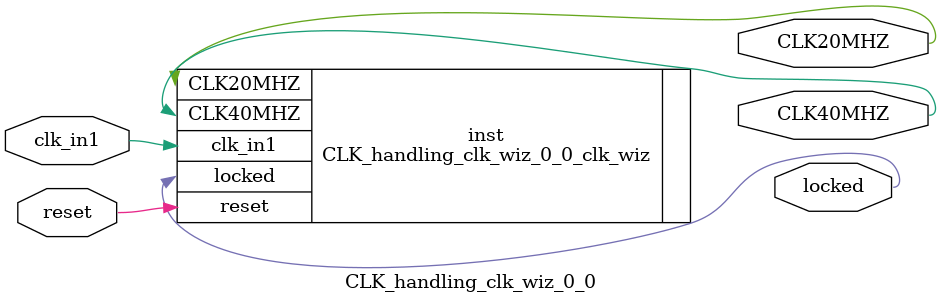
<source format=v>


`timescale 1ps/1ps

(* CORE_GENERATION_INFO = "CLK_handling_clk_wiz_0_0,clk_wiz_v6_0_5_0_0,{component_name=CLK_handling_clk_wiz_0_0,use_phase_alignment=false,use_min_o_jitter=false,use_max_i_jitter=false,use_dyn_phase_shift=false,use_inclk_switchover=false,use_dyn_reconfig=false,enable_axi=0,feedback_source=FDBK_AUTO,PRIMITIVE=MMCM,num_out_clk=2,clkin1_period=10.000,clkin2_period=10.000,use_power_down=false,use_reset=true,use_locked=true,use_inclk_stopped=false,feedback_type=SINGLE,CLOCK_MGR_TYPE=NA,manual_override=false}" *)

module CLK_handling_clk_wiz_0_0 
 (
  // Clock out ports
  output        CLK20MHZ,
  output        CLK40MHZ,
  // Status and control signals
  input         reset,
  output        locked,
 // Clock in ports
  input         clk_in1
 );

  CLK_handling_clk_wiz_0_0_clk_wiz inst
  (
  // Clock out ports  
  .CLK20MHZ(CLK20MHZ),
  .CLK40MHZ(CLK40MHZ),
  // Status and control signals               
  .reset(reset), 
  .locked(locked),
 // Clock in ports
  .clk_in1(clk_in1)
  );

endmodule

</source>
